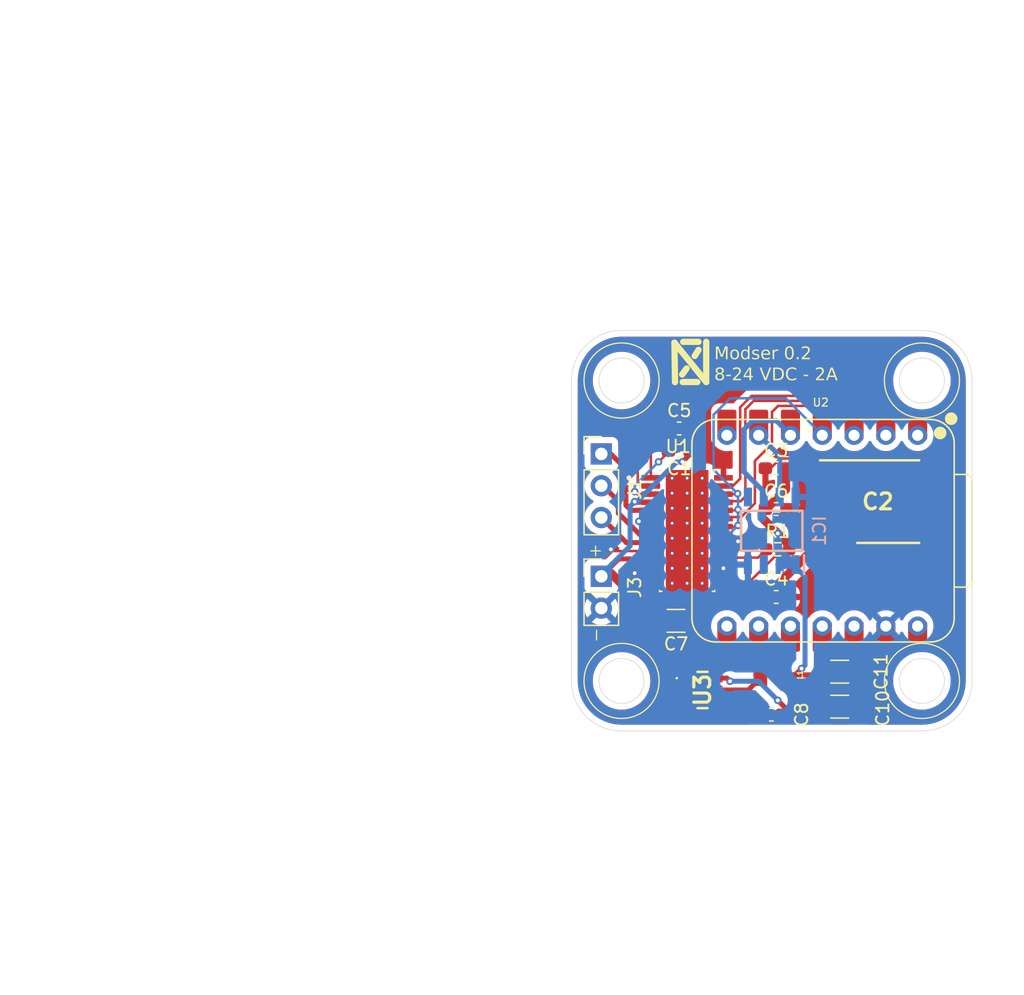
<source format=kicad_pcb>
(kicad_pcb (version 20241229) (generator "pcbnew") (generator_version "9.0")
  (layers (0 "F.Cu" signal) (2 "B.Cu" signal) (13 "F.Paste" user) (15 "B.Paste" user) (5 "F.SilkS" user "F.Silkscreen") (7 "B.SilkS" user "B.Silkscreen") (1 "F.Mask" user) (3 "B.Mask" user) (25 "Edge.Cuts" user))
  (net 0 "")
  (net 1 "+3.3V")
  (net 2 "GND")
  (net 3 "VCC")
  (net 4 "Net-(U1-CPH)")
  (net 5 "Net-(U1-VCP)")
  (net 6 "Net-(U1-CPL)")
  (net 7 "Net-(U3-BST)")
  (net 8 "Net-(U3-SW)")
  (net 9 "Net-(J1-Pin_3)")
  (net 10 "Net-(J1-Pin_2)")
  (net 11 "Net-(J1-Pin_1)")
  (net 12 "Net-(U1-~{FAULT})")
  (net 13 "Net-(IC1-SDA)")
  (net 14 "Net-(IC1-SCL)")
  (net 17 "Net-(U1-IN3)")
  (net 18 "Enable")
  (net 19 "Net-(U1-IN1)")
  (net 21 "Net-(U1-IN2)")
  (footprint "Capacitor_SMD:C_1206_3216Metric" (layer "F.Cu") (at 98.933 80.264)
    (property "Reference" "C11" (at 3.302 0 90) (layer "F.SilkS"))
    (property "Value" "22 uF")
    (fp_line (start -0.711252 -0.91) (end 0.711252 -0.91) (stroke (width 0.12)) (layer "F.SilkS"))
    (fp_line (start -0.711252 0.91) (end 0.711252 0.91) (stroke (width 0.12)) (layer "F.SilkS"))
    (pad "1" smd roundrect (at -1.475 0) (size 1.15 1.8) (layers "F.Cu" "F.Mask" "F.Paste") (roundrect_rratio 0.217391) (net 1 "+3.3V"))
    (pad "2" smd roundrect (at 1.475 0) (size 1.15 1.8) (layers "F.Cu" "F.Mask" "F.Paste") (roundrect_rratio 0.217391) (net 2 "GND"))
  )
  (footprint "Resistor_SMD:R_0603_1608Metric_Pad0.98x0.95mm_HandSolder" (layer "F.Cu") (at 93.98 70.485)
    (property "Reference" "R1" (at 0 -1.43 0) (layer "F.SilkS"))
    (property "Value" "10 kOhm")
    (fp_line (start -0.254724 -0.5225) (end 0.254724 -0.5225) (stroke (width 0.12)) (layer "F.SilkS"))
    (fp_line (start -0.254724 0.5225) (end 0.254724 0.5225) (stroke (width 0.12)) (layer "F.SilkS"))
    (pad "1" smd roundrect (at -0.9125 0) (size 0.975 0.95) (layers "F.Cu" "F.Mask" "F.Paste") (net 12 "Net-(U1-~{FAULT})"))
    (pad "2" smd roundrect (at 0.9125 0) (size 0.975 0.95) (layers "F.Cu" "F.Mask" "F.Paste") (net 1 "+3.3V"))
  )
  (footprint "Capacitor_SMD:C_0603_1608Metric_Pad1.08x0.95mm_HandSolder" (layer "F.Cu") (at 93.472 83.693 180)
    (property "Reference" "C8" (at -2.413 0 90) (layer "F.SilkS"))
    (property "Value" "100 nF")
    (fp_line (start -0.146267 0.51) (end 0.146267 0.51) (stroke (width 0.12)) (layer "F.SilkS"))
    (fp_line (start -0.146267 -0.51) (end 0.146267 -0.51) (stroke (width 0.12)) (layer "F.SilkS"))
    (pad "1" smd roundrect (at -0.8625 0 180) (size 1.075 0.95) (layers "F.Cu" "F.Mask" "F.Paste") (net 7 "Net-(U3-BST)"))
    (pad "2" smd roundrect (at 0.8625 0 180) (size 1.075 0.95) (layers "F.Cu" "F.Mask" "F.Paste") (net 8 "Net-(U3-SW)"))
  )
  (footprint "Connector_PinHeader_2.54mm:PinHeader_1x03_P2.54mm_Vertical" (layer "F.Cu") (at 79.883 62.865)
    (property "Reference" "J1" (at 2.667 2.794 90) (layer "F.SilkS"))
    (property "Value" "Conn_01x03_Socket")
    (fp_line (start -1.38 -1.38) (end 0 -1.38) (stroke (width 0.12)) (layer "F.SilkS"))
    (fp_line (start -1.38 0) (end -1.38 -1.38) (stroke (width 0.12)) (layer "F.SilkS"))
    (fp_line (start -1.38 1.27) (end -1.38 6.46) (stroke (width 0.12)) (layer "F.SilkS"))
    (fp_line (start -1.38 1.27) (end 1.38 1.27) (stroke (width 0.12)) (layer "F.SilkS"))
    (fp_line (start -1.38 6.46) (end 1.38 6.46) (stroke (width 0.12)) (layer "F.SilkS"))
    (fp_line (start 1.38 1.27) (end 1.38 6.46) (stroke (width 0.12)) (layer "F.SilkS"))
    (pad "1" thru_hole rect (at 0 0) (size 1.7 1.7) (drill 1) (layers "*.Cu" "*.Mask") (net 11 "Net-(J1-Pin_1)"))
    (pad "2" thru_hole circle (at 0 2.54) (size 1.7 1.7) (drill 1) (layers "*.Cu" "*.Mask") (net 10 "Net-(J1-Pin_2)"))
    (pad "3" thru_hole circle (at 0 5.08) (size 1.7 1.7) (drill 1) (layers "*.Cu" "*.Mask") (net 9 "Net-(J1-Pin_3)"))
  )
  (footprint "Capacitor_SMD:C_0603_1608Metric_Pad1.08x0.95mm_HandSolder" (layer "F.Cu") (at 93.853 74.295)
    (property "Reference" "C4" (at 0 -1.43 0) (layer "F.SilkS"))
    (property "Value" "100 nF")
    (fp_line (start -0.146267 -0.51) (end 0.146267 -0.51) (stroke (width 0.12)) (layer "F.SilkS"))
    (fp_line (start -0.146267 0.51) (end 0.146267 0.51) (stroke (width 0.12)) (layer "F.SilkS"))
    (pad "1" smd roundrect (at -0.8625 0) (size 1.075 0.95) (layers "F.Cu" "F.Mask" "F.Paste") (net 3 "VCC"))
    (pad "2" smd roundrect (at 0.8625 0) (size 1.075 0.95) (layers "F.Cu" "F.Mask" "F.Paste") (net 2 "GND"))
  )
  (footprint "Connector_PinHeader_2.54mm:PinHeader_1x02_P2.54mm_Vertical" (layer "F.Cu") (at 79.883 72.644)
    (property "Reference" "J3" (at 2.667 0.889 270) (layer "F.SilkS"))
    (property "Value" "Conn_01x02_Socket")
    (fp_line (start -1.38 -1.38) (end 0 -1.38) (stroke (width 0.12)) (layer "F.SilkS"))
    (fp_line (start -1.38 0) (end -1.38 -1.38) (stroke (width 0.12)) (layer "F.SilkS"))
    (fp_line (start -1.38 1.27) (end -1.38 3.92) (stroke (width 0.12)) (layer "F.SilkS"))
    (fp_line (start -1.38 1.27) (end 1.38 1.27) (stroke (width 0.12)) (layer "F.SilkS"))
    (fp_line (start -1.38 3.92) (end 1.38 3.92) (stroke (width 0.12)) (layer "F.SilkS"))
    (fp_line (start 1.38 1.27) (end 1.38 3.92) (stroke (width 0.12)) (layer "F.SilkS"))
    (pad "1" thru_hole rect (at 0 0) (size 1.7 1.7) (drill 1) (layers "*.Cu" "*.Mask") (net 3 "VCC"))
    (pad "2" thru_hole circle (at 0 2.54) (size 1.7 1.7) (drill 1) (layers "*.Cu" "*.Mask") (net 2 "GND"))
  )
  (footprint "Seeed_Studio_XIAO_Series:XIAO-RP2040-DIP" (layer "F.Cu") (at 97.536 69)
    (property "Reference" "U2" (at -0.125 -10.25 0) (layer "F.SilkS") (effects (font (size 0.635 0.635) (thickness 0.1016))))
    (property "Value" "XIAO-RP2040-DIP")
    (fp_line (start -10.414 -6.985) (end -10.414 6.985) (stroke (width 0.127)) (layer "F.SilkS"))
    (fp_line (start -8.509 -8.89) (end 8.636 -8.89) (stroke (width 0.127)) (layer "F.SilkS"))
    (fp_line (start -8.509 8.89) (end 8.636 8.89) (stroke (width 0.127)) (layer "F.SilkS"))
    (fp_line (start 10.541 -4.495) (end 11.451272 -4.491272) (stroke (width 0.127)) (layer "F.SilkS"))
    (fp_line (start 10.541 6.985) (end 10.541 -6.985) (stroke (width 0.1)) (layer "F.SilkS"))
    (fp_line (start 10.541 6.985) (end 10.541 -6.985) (stroke (width 0.127)) (layer "F.SilkS"))
    (fp_line (start 11.451 4.504) (end 10.541 4.504) (stroke (width 0.127)) (layer "F.SilkS"))
    (fp_line (start 11.951 -3.991272) (end 11.951 4.004) (stroke (width 0.127)) (layer "F.SilkS"))
    (fp_arc (start -10.414 -6.985) (mid -9.856038 -8.332038) (end -8.509 -8.89) (stroke (width 0.127)) (layer "F.SilkS"))
    (fp_arc (start -8.509 8.89) (mid -9.856038 8.332038) (end -10.414 6.985) (stroke (width 0.127)) (layer "F.SilkS"))
    (fp_arc (start 8.636 -8.89) (mid 9.983038 -8.332038) (end 10.541 -6.985) (stroke (width 0.127)) (layer "F.SilkS"))
    (fp_arc (start 10.541 6.985) (mid 9.983038 8.332038) (end 8.636 8.89) (stroke (width 0.127)) (layer "F.SilkS"))
    (fp_arc (start 11.451272 -4.491272) (mid 11.804644 -4.344724) (end 11.951 -3.991272) (stroke (width 0.127)) (layer "F.SilkS"))
    (fp_arc (start 11.951 4.004) (mid 11.804553 4.357553) (end 11.451 4.504) (stroke (width 0.127)) (layer "F.SilkS"))
    (fp_circle (center 9.42 -7.807) (end 9.674 -7.807) (stroke (width 0.5)) (fill yes) (layer "F.SilkS"))
    (fp_circle (center 10.3 -8.95) (end 10.554 -8.95) (stroke (width 0.5)) (fill yes) (layer "F.SilkS"))
    (pad "1" smd roundrect (at 7.62 -8.455 90) (size 2.432 1.524) (layers "F.Cu" "F.Mask") (roundrect_rratio 0.1) (net 19 "Net-(U1-IN1)"))
    (pad "1" thru_hole circle (at 7.62 -7.62 90) (size 1.524 1.524) (drill 0.889) (layers "*.Cu" "*.Mask") (net 19 "Net-(U1-IN1)"))
    (pad "2" smd roundrect (at 5.08 -8.455 90) (size 2.432 1.524) (layers "F.Cu" "F.Mask") (roundrect_rratio 0.1) (net 21 "Net-(U1-IN2)"))
    (pad "2" thru_hole circle (at 5.08 -7.62 90) (size 1.524 1.524) (drill 0.889) (layers "*.Cu" "*.Mask") (net 21 "Net-(U1-IN2)"))
    (pad "3" smd roundrect (at 2.54 -8.455 90) (size 2.432 1.524) (layers "F.Cu" "F.Mask") (roundrect_rratio 0.1) (net 17 "Net-(U1-IN3)"))
    (pad "3" thru_hole circle (at 2.54 -7.62 90) (size 1.524 1.524) (drill 0.889) (layers "*.Cu" "*.Mask") (net 17 "Net-(U1-IN3)"))
    (pad "4" smd roundrect (at 0 -8.455 90) (size 2.432 1.524) (layers "F.Cu" "F.Mask") (roundrect_rratio 0.1) (net 18 "Enable"))
    (pad "4" thru_hole circle (at 0 -7.62 90) (size 1.524 1.524) (drill 0.889) (layers "*.Cu" "*.Mask") (net 18 "Enable"))
    (pad "5" smd roundrect (at -2.54 -8.455 90) (size 2.432 1.524) (layers "F.Cu" "F.Mask") (roundrect_rratio 0.1) (net 13 "Net-(IC1-SDA)"))
    (pad "5" thru_hole circle (at -2.54 -7.62 90) (size 1.524 1.524) (drill 0.889) (layers "*.Cu" "*.Mask") (net 13 "Net-(IC1-SDA)"))
    (pad "6" smd roundrect (at -5.08 -8.455 90) (size 2.432 1.524) (layers "F.Cu" "F.Mask") (roundrect_rratio 0.1) (net 14 "Net-(IC1-SCL)"))
    (pad "6" thru_hole circle (at -5.08 -7.62 90) (size 1.524 1.524) (drill 0.889) (layers "*.Cu" "*.Mask") (net 14 "Net-(IC1-SCL)"))
    (pad "7" smd roundrect (at -7.62 -8.455 90) (size 2.432 1.524) (layers "F.Cu" "F.Mask") (roundrect_rratio 0.1))
    (pad "7" thru_hole circle (at -7.62 -7.62 90) (size 1.524 1.524) (drill 0.889) (layers "*.Cu" "*.Mask"))
    (pad "8" thru_hole circle (at -7.62 7.62 270) (size 1.524 1.524) (drill 0.889) (layers "*.Cu" "*.Mask"))
    (pad "8" smd roundrect (at -7.62 8.455 270) (size 2.432 1.524) (layers "F.Cu" "F.Mask") (roundrect_rratio 0.1))
    (pad "9" thru_hole circle (at -5.08 7.62 270) (size 1.524 1.524) (drill 0.889) (layers "*.Cu" "*.Mask"))
    (pad "9" smd roundrect (at -5.08 8.455 270) (size 2.432 1.524) (layers "F.Cu" "F.Mask") (roundrect_rratio 0.1))
    (pad "10" thru_hole circle (at -2.54 7.62 270) (size 1.524 1.524) (drill 0.889) (layers "*.Cu" "*.Mask"))
    (pad "10" smd roundrect (at -2.54 8.455 270) (size 2.432 1.524) (layers "F.Cu" "F.Mask") (roundrect_rratio 0.1))
    (pad "11" thru_hole circle (at 0 7.62 270) (size 1.524 1.524) (drill 0.889) (layers "*.Cu" "*.Mask"))
    (pad "11" smd roundrect (at 0 8.455 270) (size 2.432 1.524) (layers "F.Cu" "F.Mask") (roundrect_rratio 0.1))
    (pad "12" thru_hole circle (at 2.54 7.62 270) (size 1.524 1.524) (drill 0.889) (layers "*.Cu" "*.Mask") (net 1 "+3.3V"))
    (pad "12" smd roundrect (at 2.54 8.455 270) (size 2.432 1.524) (layers "F.Cu" "F.Mask") (roundrect_rratio 0.1) (net 1 "+3.3V"))
    (pad "13" thru_hole circle (at 5.08 7.62 270) (size 1.524 1.524) (drill 0.889) (layers "*.Cu" "*.Mask") (net 2 "GND"))
    (pad "13" smd roundrect (at 5.08 8.455 270) (size 2.432 1.524) (layers "F.Cu" "F.Mask") (roundrect_rratio 0.1) (net 2 "GND"))
    (pad "14" thru_hole circle (at 7.62 7.62 270) (size 1.524 1.524) (drill 0.889) (layers "*.Cu" "*.Mask"))
    (pad "14" smd roundrect (at 7.62 8.455 270) (size 2.432 1.524) (layers "F.Cu" "F.Mask") (roundrect_rratio 0.1))
  )
  (footprint "Capacitor_SMD:C_0603_1608Metric_Pad1.08x0.95mm_HandSolder" (layer "F.Cu") (at 93.853 67.267667)
    (property "Reference" "C6" (at 0 -1.43 0) (layer "F.SilkS"))
    (property "Value" "100 nF")
    (fp_line (start -0.146267 -0.51) (end 0.146267 -0.51) (stroke (width 0.12)) (layer "F.SilkS"))
    (fp_line (start -0.146267 0.51) (end 0.146267 0.51) (stroke (width 0.12)) (layer "F.SilkS"))
    (pad "1" smd roundrect (at -0.8625 0) (size 1.075 0.95) (layers "F.Cu" "F.Mask" "F.Paste") (net 1 "+3.3V"))
    (pad "2" smd roundrect (at 0.8625 0) (size 1.075 0.95) (layers "F.Cu" "F.Mask" "F.Paste") (net 2 "GND"))
  )
  (footprint "Capacitor_SMD:C_0603_1608Metric_Pad1.08x0.95mm_HandSolder" (layer "F.Cu") (at 86.106 60.833)
    (property "Reference" "C5" (at 0 -1.43 0) (layer "F.SilkS"))
    (property "Value" "10 nF")
    (fp_line (start -0.146267 -0.51) (end 0.146267 -0.51) (stroke (width 0.12)) (layer "F.SilkS"))
    (fp_line (start -0.146267 0.51) (end 0.146267 0.51) (stroke (width 0.12)) (layer "F.SilkS"))
    (pad "1" smd roundrect (at -0.8625 0) (size 1.075 0.95) (layers "F.Cu" "F.Mask" "F.Paste") (net 6 "Net-(U1-CPL)"))
    (pad "2" smd roundrect (at 0.8625 0) (size 1.075 0.95) (layers "F.Cu" "F.Mask" "F.Paste") (net 4 "Net-(U1-CPH)"))
  )
  (footprint "LQM2MPN2R2NG0L:INDC2016X100N" (layer "F.Cu") (at 93.472 80.518)
    (property "Reference" "L1" (at 2.286 0 270) (layer "F.SilkS") (effects (font (size 0.393701 0.393701))))
    (property "Value" "3.9 uH")
    (pad "1" smd rect (at -0.885 0) (size 1.1 1.77) (layers "F.Cu" "F.Mask" "F.Paste") (net 8 "Net-(U3-SW)"))
    (pad "2" smd rect (at 0.885 0) (size 1.1 1.77) (layers "F.Cu" "F.Mask" "F.Paste") (net 1 "+3.3V"))
  )
  (footprint "LIB_AP63203WU-7:AP63203WU7" (layer "F.Cu") (at 87.967 81.727 -90)
    (property "Reference" "U3" (at 0 0 90) (layer "F.SilkS") (effects (font (size 1.27 1.27) (thickness 0.254))))
    (property "Value" "AP63203WU-7" (hide yes))
    (fp_line (start -0.95 2.1) (end -0.95 2.1) (stroke (width 0.1)) (layer "F.SilkS"))
    (fp_line (start -0.95 2) (end -0.95 2) (stroke (width 0.1)) (layer "F.SilkS"))
    (fp_line (start -1.45 -0.4) (end -1.45 0.4) (stroke (width 0.2)) (layer "F.SilkS"))
    (fp_line (start 1.45 -0.4) (end 1.45 0.4) (stroke (width 0.2)) (layer "F.SilkS"))
    (fp_arc (start -0.95 2.1) (mid -1 2.05) (end -0.95 2) (stroke (width 0.1)) (layer "F.SilkS"))
    (fp_arc (start -0.95 2) (mid -0.9 2.05) (end -0.95 2.1) (stroke (width 0.1)) (layer "F.SilkS"))
    (pad "1" smd rect (at -0.95 1.099 270) (size 0.7 1) (layers "F.Cu" "F.Mask" "F.Paste") (net 1 "+3.3V"))
    (pad "2" smd rect (at 0 1.099 270) (size 0.7 1) (layers "F.Cu" "F.Mask" "F.Paste") (net 3 "VCC"))
    (pad "3" smd rect (at 0.95 1.099 270) (size 0.7 1) (layers "F.Cu" "F.Mask" "F.Paste") (net 3 "VCC"))
    (pad "4" smd rect (at 0.95 -1.099 270) (size 0.7 1) (layers "F.Cu" "F.Mask" "F.Paste") (net 2 "GND"))
    (pad "5" smd rect (at 0 -1.099 270) (size 0.7 1) (layers "F.Cu" "F.Mask" "F.Paste") (net 8 "Net-(U3-SW)"))
    (pad "6" smd rect (at -0.95 -1.099 270) (size 0.7 1) (layers "F.Cu" "F.Mask" "F.Paste") (net 7 "Net-(U3-BST)"))
  )
  (footprint "DRV8313PWPR:SOP65P640X120-29N" (layer "F.Cu") (at 86.741 69)
    (property "Reference" "U1" (at -0.725 -6.735 0) (layer "F.SilkS"))
    (property "Value" "DRV8313PWPR")
    (fp_line (start -2.2 -4.85) (end -2.2 -4.77) (stroke (width 0.127)) (layer "F.SilkS"))
    (fp_line (start -2.2 -4.85) (end -2.02 -4.85) (stroke (width 0.127)) (layer "F.SilkS"))
    (fp_line (start -2.2 4.85) (end -2.2 4.77) (stroke (width 0.127)) (layer "F.SilkS"))
    (fp_line (start -2.2 4.85) (end -2.02 4.85) (stroke (width 0.127)) (layer "F.SilkS"))
    (fp_line (start 2.02 -4.85) (end 2.2 -4.85) (stroke (width 0.127)) (layer "F.SilkS"))
    (fp_line (start 2.02 4.85) (end 2.2 4.85) (stroke (width 0.127)) (layer "F.SilkS"))
    (fp_line (start 2.2 -4.85) (end 2.2 -4.77) (stroke (width 0.127)) (layer "F.SilkS"))
    (fp_line (start 2.2 4.85) (end 2.2 4.77) (stroke (width 0.127)) (layer "F.SilkS"))
    (fp_circle (center -4.65 -4.225) (end -4.55 -4.225) (stroke (width 0.2)) (fill no) (layer "F.SilkS"))
    (pad "1" smd roundrect (at -2.9 -4.225) (size 1.5 0.45) (layers "F.Cu" "F.Paste") (roundrect_rratio 0.1) (net 6 "Net-(U1-CPL)"))
    (pad "2" smd roundrect (at -2.9 -3.575) (size 1.5 0.45) (layers "F.Cu" "F.Paste") (roundrect_rratio 0.1) (net 4 "Net-(U1-CPH)"))
    (pad "3" smd roundrect (at -2.9 -2.925) (size 1.5 0.45) (layers "F.Cu" "F.Paste") (roundrect_rratio 0.1) (net 5 "Net-(U1-VCP)"))
    (pad "4" smd roundrect (at -2.9 -2.275) (size 1.5 0.45) (layers "F.Cu" "F.Paste") (roundrect_rratio 0.1) (net 3 "VCC"))
    (pad "5" smd roundrect (at -2.9 -1.625) (size 1.5 0.45) (layers "F.Cu" "F.Paste") (roundrect_rratio 0.1) (net 11 "Net-(J1-Pin_1)"))
    (pad "6" smd roundrect (at -2.9 -0.975) (size 1.5 0.45) (layers "F.Cu" "F.Paste") (roundrect_rratio 0.1) (net 2 "GND"))
    (pad "7" smd roundrect (at -2.9 -0.325) (size 1.5 0.45) (layers "F.Cu" "F.Paste") (roundrect_rratio 0.1) (net 2 "GND"))
    (pad "8" smd roundrect (at -2.9 0.325) (size 1.5 0.45) (layers "F.Cu" "F.Paste") (roundrect_rratio 0.1) (net 10 "Net-(J1-Pin_2)"))
    (pad "9" smd roundrect (at -2.9 0.975) (size 1.5 0.45) (layers "F.Cu" "F.Paste") (roundrect_rratio 0.1) (net 9 "Net-(J1-Pin_3)"))
    (pad "10" smd roundrect (at -2.9 1.625) (size 1.5 0.45) (layers "F.Cu" "F.Paste") (roundrect_rratio 0.1) (net 2 "GND"))
    (pad "11" smd roundrect (at -2.9 2.275) (size 1.5 0.45) (layers "F.Cu" "F.Paste") (roundrect_rratio 0.1) (net 3 "VCC"))
    (pad "12" smd roundrect (at -2.9 2.925) (size 1.5 0.45) (layers "F.Cu" "F.Paste") (roundrect_rratio 0.1) (net 2 "GND"))
    (pad "13" smd roundrect (at -2.9 3.575) (size 1.5 0.45) (layers "F.Cu" "F.Paste") (roundrect_rratio 0.1) (net 2 "GND"))
    (pad "14" smd roundrect (at -2.9 4.225) (size 1.5 0.45) (layers "F.Cu" "F.Paste") (roundrect_rratio 0.1) (net 2 "GND"))
    (pad "15" smd roundrect (at 2.9 4.225) (size 1.5 0.45) (layers "F.Cu" "F.Paste") (roundrect_rratio 0.1) (net 1 "+3.3V"))
    (pad "16" smd roundrect (at 2.9 3.575) (size 1.5 0.45) (layers "F.Cu" "F.Paste") (roundrect_rratio 0.1) (net 18 "Enable"))
    (pad "17" smd roundrect (at 2.9 2.925) (size 1.5 0.45) (layers "F.Cu" "F.Paste") (roundrect_rratio 0.1) (net 18 "Enable"))
    (pad "18" smd roundrect (at 2.9 2.275) (size 1.5 0.45) (layers "F.Cu" "F.Paste") (roundrect_rratio 0.1) (net 12 "Net-(U1-~{FAULT})"))
    (pad "19" smd roundrect (at 2.9 1.625) (size 1.5 0.45) (layers "F.Cu" "F.Paste") (roundrect_rratio 0.1) (net 2 "GND"))
    (pad "20" smd roundrect (at 2.9 0.975) (size 1.5 0.45) (layers "F.Cu" "F.Paste") (roundrect_rratio 0.1) (net 2 "GND"))
    (pad "21" smd roundrect (at 2.9 0.325) (size 1.5 0.45) (layers "F.Cu" "F.Paste") (roundrect_rratio 0.1))
    (pad "22" smd roundrect (at 2.9 -0.325) (size 1.5 0.45) (layers "F.Cu" "F.Paste") (roundrect_rratio 0.1) (net 18 "Enable"))
    (pad "23" smd roundrect (at 2.9 -0.975) (size 1.5 0.45) (layers "F.Cu" "F.Paste") (roundrect_rratio 0.1) (net 17 "Net-(U1-IN3)"))
    (pad "24" smd roundrect (at 2.9 -1.625) (size 1.5 0.45) (layers "F.Cu" "F.Paste") (roundrect_rratio 0.1) (net 18 "Enable"))
    (pad "25" smd roundrect (at 2.9 -2.275) (size 1.5 0.45) (layers "F.Cu" "F.Paste") (roundrect_rratio 0.1) (net 21 "Net-(U1-IN2)"))
    (pad "26" smd roundrect (at 2.9 -2.925) (size 1.5 0.45) (layers "F.Cu" "F.Paste") (roundrect_rratio 0.1) (net 18 "Enable"))
    (pad "27" smd roundrect (at 2.9 -3.575) (size 1.5 0.45) (layers "F.Cu" "F.Paste") (roundrect_rratio 0.1) (net 19 "Net-(U1-IN1)"))
    (pad "28" smd roundrect (at 2.9 -4.225) (size 1.5 0.45) (layers "F.Cu" "F.Paste") (roundrect_rratio 0.1) (net 2 "GND"))
    (pad "29" smd custom (at 0 0) (size 0.1 0.1) (layers "F.Cu") (options (clearance outline) (anchor rect)) (primitives (gr_poly (pts (xy 1.65 4.85) (xy -1.65 4.85) (xy -1.653 4.85) (xy -1.655 4.85) (xy -1.658 4.849) (xy -1.66 4.849) (xy -1.663 4.848) (xy -1.665 4.848) (xy -1.668 4.847) (xy -1.67 4.846) (xy -1.673 4.845) (xy -1.675 4.843) (xy -1.677 4.842) (xy -1.679 4.84) (xy -1.681 4.839) (xy -1.683 4.837) (xy -1.685 4.835) (xy -1.687 4.833) (xy -1.689 4.831) (xy -1.69 4.829) (xy -1.692 4.827) (xy -1.693 4.825) (xy -1.695 4.823) (xy -1.696 4.82) (xy -1.697 4.818) (xy -1.698 4.815) (xy -1.698 4.813) (xy -1.699 4.81) (xy -1.699 4.808) (xy -1.7 4.805) (xy -1.7 4.803) (xy -1.7 4.8) (xy -1.7 -4.8) (xy -1.7 -4.803) (xy -1.7 -4.805) (xy -1.699 -4.808) (xy -1.699 -4.81) (xy -1.698 -4.813) (xy -1.698 -4.815) (xy -1.697 -4.818) (xy -1.696 -4.82) (xy -1.695 -4.823) (xy -1.693 -4.825) (xy -1.692 -4.827) (xy -1.69 -4.829) (xy -1.689 -4.831) (xy -1.687 -4.833) (xy -1.685 -4.835) (xy -1.683 -4.837) (xy -1.681 -4.839) (xy -1.679 -4.84) (xy -1.677 -4.842) (xy -1.675 -4.843) (xy -1.673 -4.845) (xy -1.67 -4.846) (xy -1.668 -4.847) (xy -1.665 -4.848) (xy -1.663 -4.848) (xy -1.66 -4.849) (xy -1.658 -4.849) (xy -1.655 -4.85) (xy -1.653 -4.85) (xy -1.65 -4.85) (xy 1.65 -4.85) (xy 1.653 -4.85) (xy 1.655 -4.85) (xy 1.658 -4.849) (xy 1.66 -4.849) (xy 1.663 -4.848) (xy 1.665 -4.848) (xy 1.668 -4.847) (xy 1.67 -4.846) (xy 1.673 -4.845) (xy 1.675 -4.843) (xy 1.677 -4.842) (xy 1.679 -4.84) (xy 1.681 -4.839) (xy 1.683 -4.837) (xy 1.685 -4.835) (xy 1.687 -4.833) (xy 1.689 -4.831) (xy 1.69 -4.829) (xy 1.692 -4.827) (xy 1.693 -4.825) (xy 1.695 -4.823) (xy 1.696 -4.82) (xy 1.697 -4.818) (xy 1.698 -4.815) (xy 1.698 -4.813) (xy 1.699 -4.81) (xy 1.699 -4.808) (xy 1.7 -4.805) (xy 1.7 -4.803) (xy 1.7 -4.8) (xy 1.7 4.8) (xy 1.7 4.803) (xy 1.7 4.805) (xy 1.699 4.808) (xy 1.699 4.81) (xy 1.698 4.813) (xy 1.698 4.815) (xy 1.697 4.818) (xy 1.696 4.82) (xy 1.695 4.823) (xy 1.693 4.825) (xy 1.692 4.827) (xy 1.69 4.829) (xy 1.689 4.831) (xy 1.687 4.833) (xy 1.685 4.835) (xy 1.683 4.837) (xy 1.681 4.839) (xy 1.679 4.84) (xy 1.677 4.842) (xy 1.675 4.843) (xy 1.673 4.845) (xy 1.67 4.846) (xy 1.668 4.847) (xy 1.665 4.848) (xy 1.663 4.848) (xy 1.66 4.849) (xy 1.658 4.849) (xy 1.655 4.85) (xy 1.653 4.85) (xy 1.65 4.85)) (width 0.01) (fill yes))))
    (pad "30" thru_hole circle (at -1.2 -4.2) (size 0.3 0.3) (drill 0.2) (layers "*.Cu"))
    (pad "31" thru_hole circle (at 0 -4.2) (size 0.3 0.3) (drill 0.2) (layers "*.Cu"))
    (pad "32" thru_hole circle (at 1.2 -4.2) (size 0.3 0.3) (drill 0.2) (layers "*.Cu"))
    (pad "33" thru_hole circle (at -1.2 -3) (size 0.3 0.3) (drill 0.2) (layers "*.Cu"))
    (pad "34" thru_hole circle (at 0 -3) (size 0.3 0.3) (drill 0.2) (layers "*.Cu"))
    (pad "35" thru_hole circle (at 1.2 -3) (size 0.3 0.3) (drill 0.2) (layers "*.Cu"))
    (pad "36" thru_hole circle (at -1.2 -1.8) (size 0.3 0.3) (drill 0.2) (layers "*.Cu"))
    (pad "37" thru_hole circle (at 0 -1.8) (size 0.3 0.3) (drill 0.2) (layers "*.Cu"))
    (pad "38" thru_hole circle (at 1.2 -1.8) (size 0.3 0.3) (drill 0.2) (layers "*.Cu"))
    (pad "39" thru_hole circle (at -1.2 -0.6) (size 0.3 0.3) (drill 0.2) (layers "*.Cu"))
    (pad "40" thru_hole circle (at 0 -0.6) (size 0.3 0.3) (drill 0.2) (layers "*.Cu"))
    (pad "41" thru_hole circle (at 1.2 -0.6) (size 0.3 0.3) (drill 0.2) (layers "*.Cu"))
    (pad "42" thru_hole circle (at -1.2 0.6) (size 0.3 0.3) (drill 0.2) (layers "*.Cu"))
    (pad "43" thru_hole circle (at 0 0.6) (size 0.3 0.3) (drill 0.2) (layers "*.Cu"))
    (pad "44" thru_hole circle (at 1.2 0.6) (size 0.3 0.3) (drill 0.2) (layers "*.Cu"))
    (pad "45" thru_hole circle (at -1.2 1.8) (size 0.3 0.3) (drill 0.2) (layers "*.Cu"))
    (pad "46" thru_hole circle (at 0 1.8) (size 0.3 0.3) (drill 0.2) (layers "*.Cu"))
    (pad "47" thru_hole circle (at 1.2 1.8) (size 0.3 0.3) (drill 0.2) (layers "*.Cu"))
    (pad "48" thru_hole circle (at -1.2 3) (size 0.3 0.3) (drill 0.2) (layers "*.Cu"))
    (pad "49" thru_hole circle (at 0 3) (size 0.3 0.3) (drill 0.2) (layers "*.Cu"))
    (pad "50" thru_hole circle (at 1.2 3) (size 0.3 0.3) (drill 0.2) (layers "*.Cu"))
    (pad "51" thru_hole circle (at -1.2 4.2) (size 0.3 0.3) (drill 0.2) (layers "*.Cu"))
    (pad "52" thru_hole circle (at 0 4.2) (size 0.3 0.3) (drill 0.2) (layers "*.Cu"))
    (pad "53" thru_hole circle (at 1.2 4.2) (size 0.3 0.3) (drill 0.2) (layers "*.Cu"))
  )
  (footprint "Capacitor_SMD:C_0603_1608Metric_Pad1.08x0.95mm_HandSolder" (layer "F.Cu") (at 93.853 64.008)
    (property "Reference" "C3" (at 0 -1.43 0) (layer "F.SilkS"))
    (property "Value" "0.47 uF")
    (fp_line (start -0.146267 -0.51) (end 0.146267 -0.51) (stroke (width 0.12)) (layer "F.SilkS"))
    (fp_line (start -0.146267 0.51) (end 0.146267 0.51) (stroke (width 0.12)) (layer "F.SilkS"))
    (pad "1" smd roundrect (at -0.8625 0) (size 1.075 0.95) (layers "F.Cu" "F.Mask" "F.Paste") (net 2 "GND"))
    (pad "2" smd roundrect (at 0.8625 0) (size 1.075 0.95) (layers "F.Cu" "F.Mask" "F.Paste") (net 1 "+3.3V"))
  )
  (footprint "Capacitor_SMD:C_1206_3216Metric" (layer "F.Cu") (at 98.933 83.058)
    (property "Reference" "C10" (at 3.429 0.127 90) (layer "F.SilkS"))
    (property "Value" "22 uF")
    (fp_line (start -0.711252 -0.91) (end 0.711252 -0.91) (stroke (width 0.12)) (layer "F.SilkS"))
    (fp_line (start -0.711252 0.91) (end 0.711252 0.91) (stroke (width 0.12)) (layer "F.SilkS"))
    (pad "1" smd roundrect (at -1.475 0) (size 1.15 1.8) (layers "F.Cu" "F.Mask" "F.Paste") (roundrect_rratio 0.217391) (net 1 "+3.3V"))
    (pad "2" smd roundrect (at 1.475 0) (size 1.15 1.8) (layers "F.Cu" "F.Mask" "F.Paste") (roundrect_rratio 0.217391) (net 2 "GND"))
  )
  (footprint "Capacitor_SMD:C_1206_3216Metric" (layer "F.Cu") (at 85.852 76.2 180)
    (property "Reference" "C7" (at 0 -1.85 0) (layer "F.SilkS"))
    (property "Value" "10 uF")
    (fp_line (start -0.711252 0.91) (end 0.711252 0.91) (stroke (width 0.12)) (layer "F.SilkS"))
    (fp_line (start -0.711252 -0.91) (end 0.711252 -0.91) (stroke (width 0.12)) (layer "F.SilkS"))
    (pad "1" smd roundrect (at -1.475 0 180) (size 1.15 1.8) (layers "F.Cu" "F.Mask" "F.Paste") (roundrect_rratio 0.217391) (net 3 "VCC"))
    (pad "2" smd roundrect (at 1.475 0 180) (size 1.15 1.8) (layers "F.Cu" "F.Mask" "F.Paste") (roundrect_rratio 0.217391) (net 2 "GND"))
  )
  (footprint "LIB_UCL1E101MCL1GS:CAPAE660X800N" (layer "F.Cu") (at 101.981 66.675)
    (property "Reference" "C2" (at 0 0 0) (layer "F.SilkS") (effects (font (size 1.27 1.27) (thickness 0.254))))
    (property "Value" "100 uF Polarized" (hide yes))
    (fp_line (start -4.625 -3.3) (end 3.3 -3.3) (stroke (width 0.2)) (layer "F.SilkS"))
    (fp_line (start -1.65 3.3) (end 3.3 3.3) (stroke (width 0.2)) (layer "F.SilkS"))
    (pad "1" smd rect (at -2.95 0 90) (size 1.85 3.35) (layers "F.Cu" "F.Mask" "F.Paste") (net 3 "VCC"))
    (pad "2" smd rect (at 2.95 0 90) (size 1.85 3.35) (layers "F.Cu" "F.Mask" "F.Paste") (net 2 "GND"))
  )
  (footprint "Capacitor_SMD:C_0603_1608Metric_Pad1.08x0.95mm_HandSolder" (layer "F.Cu") (at 86.106 62.611 180)
    (property "Reference" "C1" (at 0 -1.43 0) (layer "F.SilkS"))
    (property "Value" "100 nF")
    (fp_line (start -0.146267 0.51) (end 0.146267 0.51) (stroke (width 0.12)) (layer "F.SilkS"))
    (fp_line (start -0.146267 -0.51) (end 0.146267 -0.51) (stroke (width 0.12)) (layer "F.SilkS"))
    (pad "1" smd roundrect (at -0.8625 0 180) (size 1.075 0.95) (layers "F.Cu" "F.Mask" "F.Paste") (net 3 "VCC"))
    (pad "2" smd roundrect (at 0.8625 0 180) (size 1.075 0.95) (layers "F.Cu" "F.Mask" "F.Paste") (net 5 "Net-(U1-VCP)"))
  )
  (footprint "AS5600-ASOT:SOIC127P600X175-8N" (layer "B.Cu") (at 93.5 69.006364 90)
    (property "Reference" "IC1" (at 0 3.81 90) (layer "B.SilkS") (effects (justify mirror)))
    (property "Value" "AS5600-ASOT")
    (fp_line (start 1.6 -2.45) (end -1.6 -2.45) (stroke (width 0.2)) (layer "B.SilkS"))
    (fp_line (start -1.6 -2.45) (end -1.6 2.45) (stroke (width 0.2)) (layer "B.SilkS"))
    (fp_line (start 1.6 2.45) (end 1.6 -2.45) (stroke (width 0.2)) (layer "B.SilkS"))
    (fp_line (start -1.6 2.45) (end 1.6 2.45) (stroke (width 0.2)) (layer "B.SilkS"))
    (fp_line (start -3.45 2.58) (end -1.95 2.58) (stroke (width 0.2)) (layer "B.SilkS"))
    (pad "1" smd rect (at -2.7 1.905 90) (size 1.5 0.65) (layers "B.Cu" "B.Mask" "B.Paste") (net 1 "+3.3V"))
    (pad "2" smd rect (at -2.7 0.635 90) (size 1.5 0.65) (layers "B.Cu" "B.Mask" "B.Paste") (net 1 "+3.3V"))
    (pad "3" smd rect (at -2.7 -0.635 90) (size 1.5 0.65) (layers "B.Cu" "B.Mask" "B.Paste"))
    (pad "4" smd rect (at -2.7 -1.905 90) (size 1.5 0.65) (layers "B.Cu" "B.Mask" "B.Paste") (net 2 "GND"))
    (pad "5" smd rect (at 2.7 -1.905 90) (size 1.5 0.65) (layers "B.Cu" "B.Mask" "B.Paste"))
    (pad "6" smd rect (at 2.7 -0.635 90) (size 1.5 0.65) (layers "B.Cu" "B.Mask" "B.Paste") (net 13 "Net-(IC1-SDA)"))
    (pad "7" smd rect (at 2.7 0.635 90) (size 1.5 0.65) (layers "B.Cu" "B.Mask" "B.Paste") (net 14 "Net-(IC1-SCL)"))
    (pad "8" smd rect (at 2.7 1.905 90) (size 1.5 0.65) (layers "B.Cu" "B.Mask" "B.Paste") (net 2 "GND"))
  )
  (gr_circle (center 105.5 81) (end 108.5 81) (stroke (width 0.1)) (fill no) (layer "F.SilkS"))
  (gr_line (start 87.34 55.04) (end 87.65 54.55) (stroke (width 0.5)) (layer "F.SilkS"))
  (gr_circle (center 81.5 81) (end 84.5 81) (stroke (width 0.1)) (fill no) (layer "F.SilkS"))
  (gr_line (start 88.265 57.12) (end 88.265 53.91) (stroke (width 0.5)) (layer "F.SilkS"))
  (gr_line (start 86.34 56.52) (end 86.7 56.03) (stroke (width 0.5)) (layer "F.SilkS"))
  (gr_line (start 86.42 53.91) (end 87.65 53.91) (stroke (width 0.5)) (layer "F.SilkS"))
  (gr_line (start 85.725 53.975) (end 88.265 57.12) (stroke (width 0.5)) (layer "F.SilkS"))
  (gr_line (start 86.3825 57.12) (end 87.5575 57.12) (stroke (width 0.5)) (layer "F.SilkS"))
  (gr_line (start 85.77 57.13) (end 85.725 53.975) (stroke (width 0.5)) (layer "F.SilkS"))
  (gr_circle (center 81.5 57) (end 84.5 57) (stroke (width 0.1)) (fill no) (layer "F.SilkS"))
  (gr_circle (center 105.5 57) (end 108.5 57) (stroke (width 0.1)) (fill no) (layer "F.SilkS"))
  (gr_circle (center 105.5 57) (end 107.3 57) (stroke (width 0.05)) (fill no) (layer "Edge.Cuts"))
  (gr_arc (start 81.5 85) (mid 78.671573 83.828427) (end 77.5 81) (stroke (width 0.05)) (layer "Edge.Cuts"))
  (gr_circle (center 81.5 81) (end 83.3 81) (stroke (width 0.05)) (fill no) (layer "Edge.Cuts"))
  (gr_arc (start 77.5 57) (mid 78.671573 54.171573) (end 81.5 53) (stroke (width 0.05)) (layer "Edge.Cuts"))
  (gr_arc (start 109.5 81) (mid 108.328427 83.828427) (end 105.5 85) (stroke (width 0.05)) (layer "Edge.Cuts"))
  (gr_circle (center 81.5 57) (end 83.3 57) (stroke (width 0.05)) (fill no) (layer "Edge.Cuts"))
  (gr_line (start 109.5 57) (end 109.5 81) (stroke (width 0.05)) (layer "Edge.Cuts"))
  (gr_line (start 81.5 53) (end 105.5 53) (stroke (width 0.05)) (layer "Edge.Cuts"))
  (gr_line (start 77.5 81) (end 77.5 57) (stroke (width 0.05)) (layer "Edge.Cuts"))
  (gr_line (start 105.5 85) (end 81.5 85) (stroke (width 0.05)) (layer "Edge.Cuts"))
  (gr_circle (center 105.5 81) (end 107.3 81) (stroke (width 0.05)) (fill no) (layer "Edge.Cuts"))
  (gr_arc (start 105.5 53) (mid 108.328427 54.171573) (end 109.5 57) (stroke (width 0.05)) (layer "Edge.Cuts"))
  (gr_text "Modser 0.2\n8-24 VDC - 2A" (at 88.9 57.15 0) (layer "F.SilkS") (effects (font (size 1 1) (thickness 0.1)) (justify left bottom)))
  (gr_text "+" (at 78.74 71.12 0) (layer "F.SilkS") (effects (font (size 1 1) (thickness 0.1)) (justify left bottom)))
  (gr_text "-" (at 80.01 78.031307 90) (layer "F.SilkS") (effects (font (size 1 1) (thickness 0.1)) (justify left bottom)))
  (segment (start 93.402 79.228) (end 94.357 80.183) (width 0.4) (layer "F.Cu") (net 1))
  (segment (start 92.71 67.945) (end 92.71 67.613979) (width 0.7) (layer "F.Cu") (net 1))
  (segment (start 88.417 79.228) (end 93.402 79.228) (width 0.4) (layer "F.Cu") (net 1))
  (segment (start 97.458 80.977) (end 97.79 80.645) (width 0.4) (layer "F.Cu") (net 1))
  (segment (start 89.641 73.225) (end 91.583134 73.225) (width 0.2) (layer "F.Cu") (net 1))
  (segment (start 94.8925 70.1275) (end 93.98 69.215) (width 0.7) (layer "F.Cu") (net 1))
  (segment (start 94.357 80.518) (end 97.028 80.518) (width 0.4) (layer "F.Cu") (net 1))
  (segment (start 93.98 69.215) (end 92.71 67.945) (width 0.7) (layer "F.Cu") (net 1))
  (segment (start 93.98 70.828134) (end 93.98 69.215) (width 0.2) (layer "F.Cu") (net 1))
  (segment (start 97.155 80.376) (end 97.155 80.645) (width 0.4) (layer "F.Cu") (net 1))
  (segment (start 94.357 80.518) (end 95.377 80.518) (width 0.4) (layer "F.Cu") (net 1))
  (segment (start 91.583134 73.225) (end 93.98 70.828134) (width 0.2) (layer "F.Cu") (net 1))
  (segment (start 97.028 80.518) (end 97.155 80.645) (width 0.4) (layer "F.Cu") (net 1))
  (segment (start 97.458 83.058) (end 97.458 80.977) (width 0.4) (layer "F.Cu") (net 1))
  (segment (start 95.377 80.518) (end 95.885 80.01) (width 0.4) (layer "F.Cu") (net 1))
  (segment (start 94.8925 70.485) (end 94.8925 70.1275) (width 0.7) (layer "F.Cu") (net 1))
  (segment (start 92.71 67.613979) (end 94.615 65.708979) (width 0.7) (layer "F.Cu") (net 1))
  (segment (start 86.868 80.777) (end 88.417 79.228) (width 0.4) (layer "F.Cu") (net 1))
  (segment (start 100.076 77.455) (end 97.155 80.376) (width 0.4) (layer "F.Cu") (net 1))
  (segment (start 94.357 80.183) (end 94.357 80.518) (width 0.4) (layer "F.Cu") (net 1))
  (segment (start 94.615 65.708979) (end 94.615 64.135) (width 0.7) (layer "F.Cu") (net 1))
  (via (at 93.98 69.215) (size 0.6) (drill 0.3) (layers "F.Cu" "B.Cu") (net 1))
  (via (at 95.885 80.01) (size 0.6) (drill 0.3) (layers "F.Cu" "B.Cu") (net 1))
  (segment (start 96.159 72.664) (end 95.25 71.755) (width 0.4) (layer "B.Cu") (net 1))
  (segment (start 93.98 70.485) (end 95.25 71.755) (width 0.7) (layer "B.Cu") (net 1))
  (segment (start 92.71 67.945) (end 92.71 67.607364) (width 0.7) (layer "B.Cu") (net 1))
  (segment (start 96.159 79.736) (end 96.159 72.664) (width 0.4) (layer "B.Cu") (net 1))
  (segment (start 95.885 80.01) (end 96.159 79.736) (width 0.4) (layer "B.Cu") (net 1))
  (segment (start 93.98 69.215) (end 93.98 70.485) (width 0.7) (layer "B.Cu") (net 1))
  (segment (start 94.135 71.706364) (end 95.201364 71.706364) (width 0.7) (layer "B.Cu") (net 1))
  (segment (start 95.201364 71.706364) (end 95.25 71.755) (width 0.7) (layer "B.Cu") (net 1))
  (segment (start 104.931 66.675) (end 101.488 63.232) (width 0.2) (layer "F.Cu") (net 2))
  (segment (start 90.68 69.975) (end 90.805 69.85) (width 0.2) (layer "F.Cu") (net 2))
  (segment (start 83.841 72.575) (end 82.735 72.575) (width 0.2) (layer "F.Cu") (net 2))
  (segment (start 83.841 73.225) (end 83.385 73.225) (width 0.2) (layer "F.Cu") (net 2))
  (segment (start 90.03 70.625) (end 90.805 69.85) (width 0.2) (layer "F.Cu") (net 2))
  (segment (start 94.185866 63.232) (end 93.345 64.072866) (width 0.2) (layer "F.Cu") (net 2))
  (segment (start 82.735 72.575) (end 82.55 72.39) (width 0.2) (layer "F.Cu") (net 2))
  (segment (start 83.841 68.675) (end 83.313964 68.675) (width 0.2) (layer "F.Cu") (net 2))
  (segment (start 83.105 68.025) (end 82.884482 68.245518) (width 0.2) (layer "F.Cu") (net 2))
  (segment (start 83.385 73.225) (end 82.55 72.39) (width 0.2) (layer "F.Cu") (net 2))
  (segment (start 93.345 64.072866) (end 93.345 64.135) (width 0.2) (layer "F.Cu") (net 2))
  (segment (start 83.015 71.925) (end 82.55 72.39) (width 0.2) (layer "F.Cu") (net 2))
  (segment (start 89.641 69.975) (end 90.68 69.975) (width 0.2) (layer "F.Cu") (net 2))
  (segment (start 83.841 71.925) (end 83.015 71.925) (width 0.2) (layer "F.Cu") (net 2))
  (segment (start 83.841 68.025) (end 83.105 68.025) (width 0.2) (layer "F.Cu") (net 2))
  (segment (start 101.488 63.232) (end 94.185866 63.232) (width 0.2) (layer "F.Cu") (net 2))
  (segment (start 80.785 70.625) (end 80.645 70.485) (width 0.2) (layer "F.Cu") (net 2))
  (segment (start 83.313964 68.675) (end 82.884482 68.245518) (width 0.2) (layer "F.Cu") (net 2))
  (segment (start 89.641 70.625) (end 90.03 70.625) (width 0.2) (layer "F.Cu") (net 2))
  (segment (start 83.841 70.625) (end 80.785 70.625) (width 0.2) (layer "F.Cu") (net 2))
  (via (at 82.884482 68.245518) (size 0.6) (drill 0.3) (layers "F.Cu" "B.Cu") (net 2))
  (via (at 80.645 70.485) (size 0.6) (drill 0.3) (layers "F.Cu" "B.Cu") (net 2))
  (via (at 82.55 72.39) (size 0.6) (drill 0.3) (layers "F.Cu" "B.Cu") (net 2))
  (via (at 90.805 69.85) (size 0.6) (drill 0.3) (layers "F.Cu" "B.Cu") (net 2))
  (segment (start 87.327 76.2) (end 85.817 77.71) (width 0.7) (layer "F.Cu") (net 3))
  (segment (start 86.36 81.915) (end 86.054 81.915) (width 0.7) (layer "F.Cu") (net 3))
  (segment (start 86.868 82.423) (end 86.36 81.915) (width 0.7) (layer "F.Cu") (net 3))
  (segment (start 92.9905 74.295) (end 97.79 69.4955) (width 0.7) (layer "F.Cu") (net 3))
  (segment (start 83.841 66.725) (end 82.6 66.725) (width 0.4) (layer "F.Cu") (net 3))
  (segment (start 86.054 81.915) (end 86.995 81.915) (width 0.7) (layer "F.Cu") (net 3))
  (segment (start 83.004 74.749) (end 80.645 72.39) (width 0.7) (layer "F.Cu") (net 3))
  (segment (start 97.79 69.4955) (end 97.79 66.675) (width 0.7) (layer "F.Cu") (net 3))
  (segment (start 81.276 71.251) (end 83.82 71.251) (width 0.4) (layer "F.Cu") (net 3))
  (segment (start 89.232 74.295) (end 92.71 74.295) (width 0.7) (layer "F.Cu") (net 3))
  (segment (start 86.36 63.5) (end 86.995 62.865) (width 0.4) (layer "F.Cu") (net 3))
  (segment (start 85.817 77.71) (end 85.817 81.678) (width 0.7) (layer "F.Cu") (net 3))
  (segment (start 82.6 66.725) (end 82.55 66.675) (width 0.4) (layer "F.Cu") (net 3))
  (segment (start 85.817 81.678) (end 86.054 81.915) (width 0.7) (layer "F.Cu") (net 3))
  (segment (start 85.876 74.749) (end 83.004 74.749) (width 0.7) (layer "F.Cu") (net 3))
  (segment (start 83.841 71.275) (end 83.841 71.272) (width 0.4) (layer "F.Cu") (net 3))
  (segment (start 87.327 76.2) (end 89.232 74.295) (width 0.7) (layer "F.Cu") (net 3))
  (segment (start 79.883 72.644) (end 81.276 71.251) (width 0.4) (layer "F.Cu") (net 3))
  (segment (start 87.327 76.2) (end 85.876 74.749) (width 0.7) (layer "F.Cu") (net 3))
  (segment (start 86.868 81.727) (end 86.868 82.423) (width 0.7) (layer "F.Cu") (net 3))
  (via (at 86.36 63.5) (size 0.6) (drill 0.3) (layers "F.Cu" "B.Cu") (net 3))
  (via (at 82.55 66.675) (size 0.6) (drill 0.3) (layers "F.Cu" "B.Cu") (net 3))
  (segment (start 85.916361 63.5) (end 86.36 63.5) (width 0.4) (layer "B.Cu") (net 3))
  (segment (start 82.55 66.675) (end 82.741361 66.675) (width 0.4) (layer "B.Cu") (net 3))
  (segment (start 82.183482 70.216518) (end 80.01 72.39) (width 0.4) (layer "B.Cu") (net 3))
  (segment (start 82.55 66.675) (end 82.183482 67.041518) (width 0.4) (layer "B.Cu") (net 3))
  (segment (start 82.741361 66.675) (end 85.916361 63.5) (width 0.4) (layer "B.Cu") (net 3))
  (segment (start 82.183482 67.041518) (end 82.183482 70.216518) (width 0.4) (layer "B.Cu") (net 3))
  (segment (start 83.091001 65.425) (end 82.79 65.123999) (width 0.2) (layer "F.Cu") (net 4))
  (segment (start 84.713866 60.057) (end 86.092 60.057) (width 0.2) (layer "F.Cu") (net 4))
  (segment (start 86.092 60.057) (end 86.995 60.96) (width 0.2) (layer "F.Cu") (net 4))
  (segment (start 82.79 61.980866) (end 84.713866 60.057) (width 0.2) (layer "F.Cu") (net 4))
  (segment (start 82.79 65.123999) (end 82.79 61.980866) (width 0.2) (layer "F.Cu") (net 4))
  (segment (start 83.841 65.425) (end 83.091001 65.425) (width 0.2) (layer "F.Cu") (net 4))
  (segment (start 83.841 66.075) (end 82.750003 66.075) (width 0.2) (layer "F.Cu") (net 5))
  (segment (start 82.750003 66.075) (end 82.55 65.874997) (width 0.2) (layer "F.Cu") (net 5))
  (segment (start 84.455 63.5) (end 85.09 62.865) (width 0.2) (layer "F.Cu") (net 5))
  (via (at 84.455 63.5) (size 0.6) (drill 0.3) (layers "F.Cu" "B.Cu") (net 5))
  (via (at 82.55 65.874997) (size 0.6) (drill 0.3) (layers "F.Cu" "B.Cu") (net 5))
  (segment (start 82.55 65.405) (end 84.455 63.5) (width 0.2) (layer "B.Cu") (net 5))
  (segment (start 82.55 65.874997) (end 82.55 65.405) (width 0.2) (layer "B.Cu") (net 5))
  (segment (start 83.841 62.209) (end 85.09 60.96) (width 0.2) (layer "F.Cu") (net 6))
  (segment (start 83.841 64.775) (end 83.841 62.209) (width 0.2) (layer "F.Cu") (net 6))
  (segment (start 93.98 82.55) (end 94.615 83.185) (width 0.4) (layer "F.Cu") (net 7))
  (segment (start 89.066 80.777) (end 89.92 80.777) (width 0.4) (layer "F.Cu") (net 7))
  (segment (start 94.615 83.185) (end 94.615 83.82) (width 0.4) (layer "F.Cu") (net 7))
  (segment (start 89.92 80.777) (end 90.17 81.027) (width 0.4) (layer "F.Cu") (net 7))
  (via (at 93.98 82.55) (size 0.6) (drill 0.3) (layers "F.Cu" "B.Cu") (net 7))
  (via (at 90.17 81.027) (size 0.6) (drill 0.3) (layers "F.Cu" "B.Cu") (net 7))
  (segment (start 92.457 81.027) (end 93.98 82.55) (width 0.4) (layer "B.Cu") (net 7))
  (segment (start 90.17 81.027) (end 92.457 81.027) (width 0.4) (layer "B.Cu") (net 7))
  (segment (start 92.6095 82.7085) (end 91.628 81.727) (width 0.4) (layer "F.Cu") (net 8))
  (segment (start 92.6095 83.693) (end 92.6095 82.7085) (width 0.4) (layer "F.Cu") (net 8))
  (segment (start 89.066 81.727) (end 91.628 81.727) (width 0.4) (layer "F.Cu") (net 8))
  (segment (start 91.628 81.727) (end 92.71 80.645) (width 0.4) (layer "F.Cu") (net 8))
  (segment (start 81.889 69.951) (end 83.82 69.951) (width 0.4) (layer "F.Cu") (net 9))
  (segment (start 79.883 67.945) (end 81.889 69.951) (width 0.4) (layer "F.Cu") (net 9))
  (segment (start 81.248 67.598986) (end 81.248 66.643) (width 0.4) (layer "F.Cu") (net 10))
  (segment (start 83.82 69.301) (end 82.950014 69.301) (width 0.4) (layer "F.Cu") (net 10))
  (segment (start 81.248 66.643) (end 80.01 65.405) (width 0.4) (layer "F.Cu") (net 10))
  (segment (start 82.950014 69.301) (end 81.248 67.598986) (width 0.4) (layer "F.Cu") (net 10))
  (segment (start 81.849 64.069) (end 80.645 62.865) (width 0.4) (layer "F.Cu") (net 11))
  (segment (start 83.841 67.375) (end 82.258636 67.375) (width 0.4) (layer "F.Cu") (net 11))
  (segment (start 81.849 66.965364) (end 81.849 64.069) (width 0.4) (layer "F.Cu") (net 11))
  (segment (start 82.950014 67.351) (end 83.82 67.351) (width 0.4) (layer "F.Cu") (net 11))
  (segment (start 82.258636 67.375) (end 81.849 66.965364) (width 0.4) (layer "F.Cu") (net 11))
  (segment (start 92.4015 71.151) (end 89.535 71.151) (width 0.2) (layer "F.Cu") (net 12))
  (segment (start 93.0675 70.485) (end 92.4015 71.151) (width 0.2) (layer "F.Cu") (net 12))
  (segment (start 91.974269 60.217) (end 93.872 60.217) (width 0.4) (layer "B.Cu") (net 13))
  (segment (start 91.293 64.309364) (end 91.293 60.898269) (width 0.4) (layer "B.Cu") (net 13))
  (segment (start 92.865 66.306364) (end 92.865 65.881364) (width 0.4) (layer "B.Cu") (net 13))
  (segment (start 91.293 60.898269) (end 91.974269 60.217) (width 0.4) (layer "B.Cu") (net 13))
  (segment (start 93.872 60.217) (end 95.25 61.595) (width 0.4) (layer "B.Cu") (net 13))
  (segment (start 92.865 65.881364) (end 91.293 64.309364) (width 0.4) (layer "B.Cu") (net 13))
  (segment (start 94.135 66.306364) (end 94.135 63.02) (width 0.4) (layer "B.Cu") (net 14))
  (segment (start 94.135 63.02) (end 92.71 61.595) (width 0.4) (layer "B.Cu") (net 14))
  (segment (start 89.755 67.911) (end 91.053943 67.911) (width 0.2) (layer "F.Cu") (net 17))
  (segment (start 91.053943 67.911) (end 92.152 66.812943) (width 0.2) (layer "F.Cu") (net 17))
  (segment (start 99.033 59.028) (end 99.695 59.69) (width 0.2) (layer "F.Cu") (net 17))
  (segment (start 93.519 62.056) (end 93.519 59.516) (width 0.2) (layer "F.Cu") (net 17))
  (segment (start 93.519 59.516) (end 94.007 59.028) (width 0.2) (layer "F.Cu") (net 17))
  (segment (start 92.152 63.423) (end 93.519 62.056) (width 0.2) (layer "F.Cu") (net 17))
  (segment (start 94.007 59.028) (end 99.033 59.028) (width 0.2) (layer "F.Cu") (net 17))
  (segment (start 89.641 68.025) (end 89.755 67.911) (width 0.2) (layer "F.Cu") (net 17))
  (segment (start 92.152 66.812943) (end 92.152 63.423) (width 0.2) (layer "F.Cu") (net 17))
  (segment (start 90.734998 66.075) (end 90.769998 66.04) (width 0.2) (layer "F.Cu") (net 18))
  (segment (start 90.71 68.675) (end 90.805 68.58) (width 0.2) (layer "F.Cu") (net 18))
  (segment (start 89.641 66.075) (end 90.734998 66.075) (width 0.2) (layer "F.Cu") (net 18))
  (segment (start 90.74 67.375) (end 90.805 67.31) (width 0.2) (layer "F.Cu") (net 18))
  (segment (start 89.641 68.675) (end 90.71 68.675) (width 0.2) (layer "F.Cu") (net 18))
  (segment (start 89.641 67.375) (end 90.74 67.375) (width 0.2) (layer "F.Cu") (net 18))
  (segment (start 89.641 72) (end 89.641 72.575) (width 0.2) (layer "F.Cu") (net 18))
  (via (at 89.641 72) (size 0.6) (drill 0.3) (layers "F.Cu" "B.Cu") (net 18))
  (via (at 90.769998 66.04) (size 0.6) (drill 0.3) (layers "F.Cu" "B.Cu") (net 18))
  (via (at 90.805 67.31) (size 0.6) (drill 0.3) (layers "F.Cu" "B.Cu") (net 18))
  (via (at 90.805 68.58) (size 0.6) (drill 0.3) (layers "F.Cu" "B.Cu") (net 18))
  (segment (start 90.805 66.075002) (end 90.769998 66.04) (width 0.2) (layer "B.Cu") (net 18))
  (segment (start 89.641 69.744) (end 89.641 72) (width 0.2) (layer "B.Cu") (net 18))
  (segment (start 88.853 59.737) (end 90.17 58.42) (width 0.2) (layer "B.Cu") (net 18))
  (segment (start 88.853 64.123002) (end 88.853 59.737) (width 0.2) (layer "B.Cu") (net 18))
  (segment (start 90.17 58.42) (end 94.615 58.42) (width 0.2) (layer "B.Cu") (net 18))
  (segment (start 94.615 58.42) (end 97.155 60.96) (width 0.2) (layer "B.Cu") (net 18))
  (segment (start 90.805 68.58) (end 90.805 66.075002) (width 0.2) (layer "B.Cu") (net 18))
  (segment (start 90.769998 66.04) (end 88.853 64.123002) (width 0.2) (layer "B.Cu") (net 18))
  (segment (start 90.805 68.58) (end 89.641 69.744) (width 0.2) (layer "B.Cu") (net 18))
  (segment (start 89.641 65.425) (end 90.390999 65.425) (width 0.2) (layer "F.Cu") (net 19))
  (segment (start 90.979 64.836999) (end 90.979 59.136274) (width 0.2) (layer "F.Cu") (net 19))
  (segment (start 90.979 59.136274) (end 91.889274 58.226) (width 0.2) (layer "F.Cu") (net 19))
  (segment (start 91.889274 58.226) (end 103.311 58.226) (width 0.2) (layer "F.Cu") (net 19))
  (segment (start 103.311 58.226) (end 104.775 59.69) (width 0.2) (layer "F.Cu") (net 19))
  (segment (start 90.390999 65.425) (end 90.979 64.836999) (width 0.2) (layer "F.Cu") (net 19))
  (segment (start 91.393 59.289374) (end 91.654374 59.028) (width 0.2) (layer "F.Cu") (net 21))
  (segment (start 89.725 66.641) (end 91.018941 66.641) (width 0.2) (layer "F.Cu") (net 21))
  (segment (start 101.573 59.028) (end 102.235 59.69) (width 0.2) (layer "F.Cu") (net 21))
  (segment (start 92.055374 58.627) (end 101.172 58.627) (width 0.2) (layer "F.Cu") (net 21))
  (segment (start 101.172 58.627) (end 102.235 59.69) (width 0.2) (layer "F.Cu") (net 21))
  (segment (start 91.654374 59.028) (end 92.055374 58.627) (width 0.2) (layer "F.Cu") (net 21))
  (segment (start 91.018941 66.641) (end 91.393 66.266941) (width 0.2) (layer "F.Cu") (net 21))
  (segment (start 89.641 66.725) (end 89.725 66.641) (width 0.2) (layer "F.Cu") (net 21))
  (segment (start 91.393 66.266941) (end 91.393 59.289374) (width 0.2) (layer "F.Cu") (net 21))
  (zone (net 2) (net_name "GND") (layers "F.Cu" "B.Cu") (connect_pads (clearance 0.5)) (min_thickness 0.25) (fill yes (thermal_gap 0.5) (thermal_bridge_width 0.5))
    (polygon (pts (xy 71.12 46.355) (xy 113.665 48.26) (xy 113.665 92.71) (xy 72.39 88.9)))
  )
)
</source>
